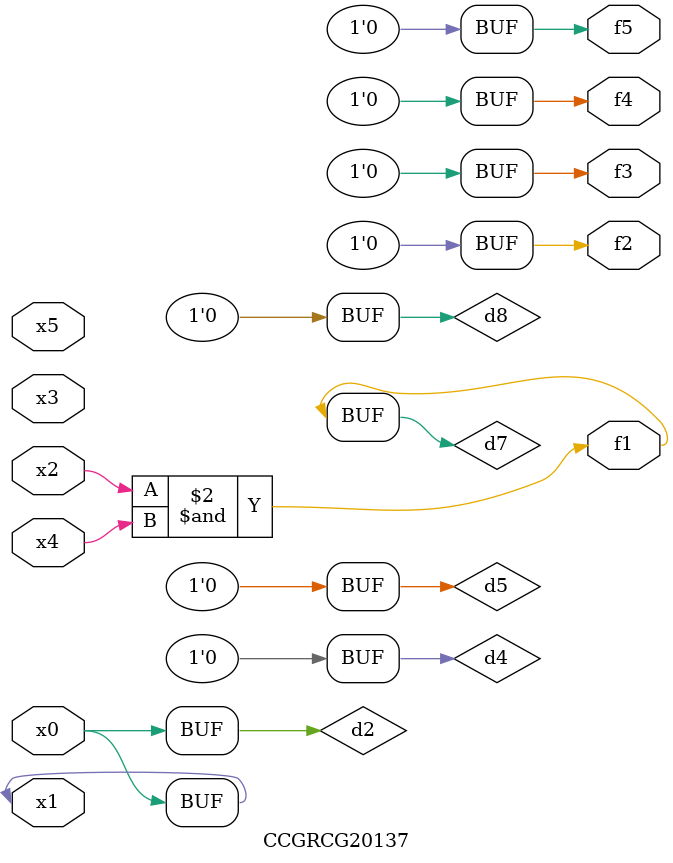
<source format=v>
module CCGRCG20137(
	input x0, x1, x2, x3, x4, x5,
	output f1, f2, f3, f4, f5
);

	wire d1, d2, d3, d4, d5, d6, d7, d8, d9;

	nand (d1, x1);
	buf (d2, x0, x1);
	nand (d3, x2, x4);
	and (d4, d1, d2);
	and (d5, d1, d2);
	nand (d6, d1, d3);
	not (d7, d3);
	xor (d8, d5);
	nor (d9, d5, d6);
	assign f1 = d7;
	assign f2 = d8;
	assign f3 = d8;
	assign f4 = d8;
	assign f5 = d8;
endmodule

</source>
